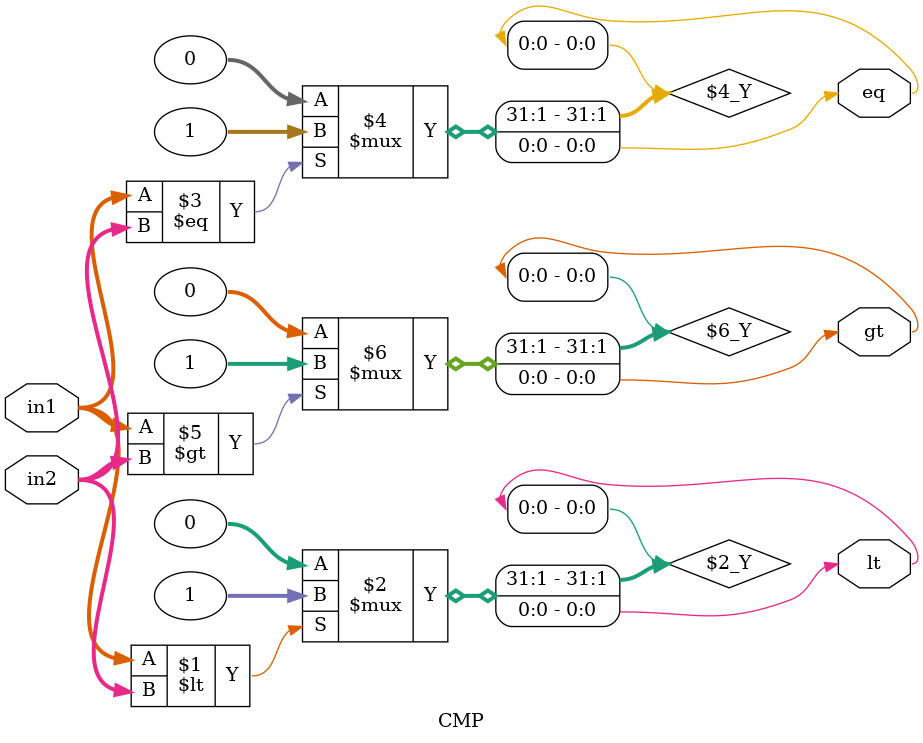
<source format=v>


module CMP(in1, in2, lt, gt, eq);

  input [15:0] in1, in2;
  output       lt, gt, eq;
  
  assign lt = (in1 <  in2) ? 1:0;
  assign eq = (in1 == in2) ? 1:0;
  assign gt = (in1 >  in2) ? 1:0;
  
endmodule

 

</source>
